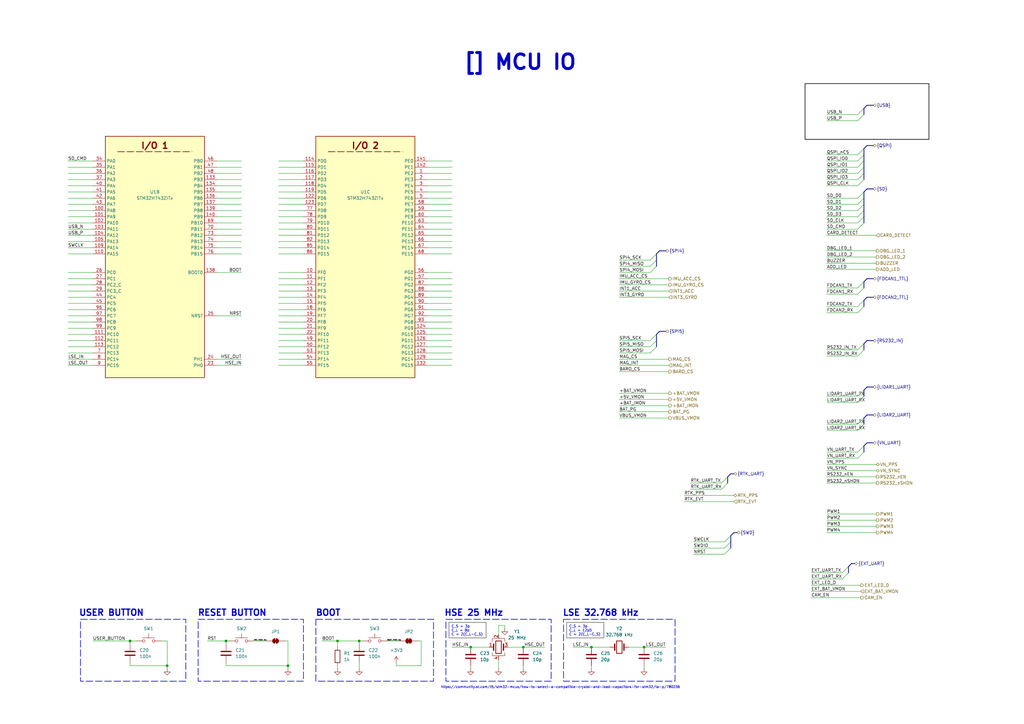
<source format=kicad_sch>
(kicad_sch (version 20250114) (generator "eeschema") (generator_version "9.0")
  (paper "A3")
  (title_block (title "MCU IO") (date "2025-12-13") (rev "1.0") (company "Hoppen"))
  (lib_symbols
    (symbol "0_mcu:STM32H743ZITx"
      (property "Reference" "U" (at -15.24 90.17 0))
      (property "Value" "STM32H743ZITx" (at 7.62 90.17 0))
      (symbol "STM32H743ZITx_1_1"
        (rectangle (start -15.24 60.96) (end 15.24 0) (stroke (width 0.254)) (fill (type background)))
        (polyline (pts (xy -11.43 54.61) (xy 12.7 54.61)) (stroke (width 0.254) (type dash)))
        (text "POWER" (at 0 57.15 0) (effects (font (size 2.54 2.54) (thickness 0.508) (bold yes))))
        (pin power_in line (at -20.32 52.07 0) (length 5.08) (name "VBAT") (number "6"))
        (pin power_in line (at -20.32 46.99 0) (length 5.08) (name "VDD33_USB") (number "95"))
        (pin power_in line (at -20.32 41.91 0) (length 5.08) (name "VDD") (number "144"))
        (pin power_in line (at -20.32 39.37 0) (length 5.08) (name "VDD") (number "131"))
        (pin power_in line (at -20.32 36.83 0) (length 5.08) (name "VDD") (number "121"))
        (pin power_in line (at -20.32 34.29 0) (length 5.08) (name "VDD") (number "108"))
        (pin power_in line (at -20.32 31.75 0) (length 5.08) (name "VDD") (number "84"))
        (pin power_in line (at -20.32 29.21 0) (length 5.08) (name "VDD") (number "72"))
        (pin power_in line (at -20.32 26.67 0) (length 5.08) (name "VDD") (number "62"))
        (pin power_in line (at -20.32 24.13 0) (length 5.08) (name "VDD") (number "52"))
        (pin power_in line (at -20.32 21.59 0) (length 5.08) (name "VDD") (number "39"))
        (pin power_in line (at -20.32 19.05 0) (length 5.08) (name "VDD") (number "30"))
        (pin power_in line (at -20.32 16.51 0) (length 5.08) (name "VDD") (number "17"))
        (pin input line (at -20.32 12.7 0) (length 5.08) (name "PDR_ON") (number "143"))
        (pin power_in line (at -20.32 7.62 0) (length 5.08) (name "VDDA") (number "33"))
        (pin input line (at -20.32 2.54 0) (length 5.08) (name "VREF+") (number "32"))
        (pin power_out line (at 20.32 52.07 180) (length 5.08) (name "VCAP") (number "106"))
        (pin power_out line (at 20.32 49.53 180) (length 5.08) (name "VCAP") (number "71"))
        (pin power_in line (at 20.32 41.91 180) (length 5.08) (name "VSS") (number "16"))
        (pin power_in line (at 20.32 39.37 180) (length 5.08) (name "VSS") (number "38"))
        (pin power_in line (at 20.32 36.83 180) (length 5.08) (name "VSS") (number "51"))
        (pin power_in line (at 20.32 34.29 180) (length 5.08) (name "VSS") (number "61"))
        (pin power_in line (at 20.32 31.75 180) (length 5.08) (name "VSS") (number "83"))
        (pin power_in line (at 20.32 29.21 180) (length 5.08) (name "VSS") (number "94"))
        (pin power_in line (at 20.32 26.67 180) (length 5.08) (name "VSS") (number "107"))
        (pin power_in line (at 20.32 24.13 180) (length 5.08) (name "VSS") (number "120"))
        (pin power_in line (at 20.32 21.59 180) (length 5.08) (name "VSS") (number "130"))
        (pin power_in line (at 20.32 16.51 180) (length 5.08) (name "VSSA") (number "31"))
      )
      (symbol "STM32H743ZITx_2_1"
        (rectangle (start -20.32 88.9) (end 20.32 -10.16) (stroke (width 0.254)) (fill (type background)))
        (polyline (pts (xy -15.24 82.55) (xy 15.24 82.55)) (stroke (width 0.254) (type dash)))
        (text "I/O 1\n" (at 0 85.09 0) (effects (font (size 2.54 2.54) (thickness 0.508) (bold yes))))
        (pin bidirectional line (at -25.4 78.74 0) (length 5.08) (name "PA0") (number "34"))
        (pin bidirectional line (at -25.4 76.2 0) (length 5.08) (name "PA1") (number "35"))
        (pin bidirectional line (at -25.4 73.66 0) (length 5.08) (name "PA2") (number "36"))
        (pin bidirectional line (at -25.4 71.12 0) (length 5.08) (name "PA3") (number "37"))
        (pin bidirectional line (at -25.4 68.58 0) (length 5.08) (name "PA4") (number "40"))
        (pin bidirectional line (at -25.4 66.04 0) (length 5.08) (name "PA5") (number "41"))
        (pin bidirectional line (at -25.4 63.5 0) (length 5.08) (name "PA6") (number "42"))
        (pin bidirectional line (at -25.4 60.96 0) (length 5.08) (name "PA7") (number "43"))
        (pin bidirectional line (at -25.4 58.42 0) (length 5.08) (name "PA8") (number "100"))
        (pin bidirectional line (at -25.4 55.88 0) (length 5.08) (name "PA9") (number "101"))
        (pin bidirectional line (at -25.4 53.34 0) (length 5.08) (name "PA10") (number "102"))
        (pin bidirectional line (at -25.4 50.8 0) (length 5.08) (name "PA11") (number "103"))
        (pin bidirectional line (at -25.4 48.26 0) (length 5.08) (name "PA12") (number "104"))
        (pin bidirectional line (at -25.4 45.72 0) (length 5.08) (name "PA13") (number "105"))
        (pin bidirectional line (at -25.4 43.18 0) (length 5.08) (name "PA14") (number "109"))
        (pin bidirectional line (at -25.4 40.64 0) (length 5.08) (name "PA15") (number "110"))
        (pin bidirectional line (at -25.4 33.02 0) (length 5.08) (name "PC0") (number "26"))
        (pin bidirectional line (at -25.4 30.48 0) (length 5.08) (name "PC1") (number "27"))
        (pin bidirectional line (at -25.4 27.94 0) (length 5.08) (name "PC2_C") (number "28"))
        (pin bidirectional line (at -25.4 25.4 0) (length 5.08) (name "PC3_C") (number "29"))
        (pin bidirectional line (at -25.4 22.86 0) (length 5.08) (name "PC4") (number "44"))
        (pin bidirectional line (at -25.4 20.32 0) (length 5.08) (name "PC5") (number "45"))
        (pin bidirectional line (at -25.4 17.78 0) (length 5.08) (name "PC6") (number "96"))
        (pin bidirectional line (at -25.4 15.24 0) (length 5.08) (name "PC7") (number "97"))
        (pin bidirectional line (at -25.4 12.7 0) (length 5.08) (name "PC8") (number "98"))
        (pin bidirectional line (at -25.4 10.16 0) (length 5.08) (name "PC9") (number "99"))
        (pin bidirectional line (at -25.4 7.62 0) (length 5.08) (name "PC10") (number "111"))
        (pin bidirectional line (at -25.4 5.08 0) (length 5.08) (name "PC11") (number "112"))
        (pin bidirectional line (at -25.4 2.54 0) (length 5.08) (name "PC12") (number "113"))
        (pin bidirectional line (at -25.4 0 0) (length 5.08) (name "PC13") (number "7"))
        (pin bidirectional line (at -25.4 -2.54 0) (length 5.08) (name "PC14") (number "8"))
        (pin bidirectional line (at -25.4 -5.08 0) (length 5.08) (name "PC15") (number "9"))
        (pin bidirectional line (at 25.4 78.74 180) (length 5.08) (name "PB0") (number "46"))
        (pin bidirectional line (at 25.4 76.2 180) (length 5.08) (name "PB1") (number "47"))
        (pin bidirectional line (at 25.4 73.66 180) (length 5.08) (name "PB2") (number "48"))
        (pin bidirectional line (at 25.4 71.12 180) (length 5.08) (name "PB3") (number "133"))
        (pin bidirectional line (at 25.4 68.58 180) (length 5.08) (name "PB4") (number "134"))
        (pin bidirectional line (at 25.4 66.04 180) (length 5.08) (name "PB5") (number "135"))
        (pin bidirectional line (at 25.4 63.5 180) (length 5.08) (name "PB6") (number "136"))
        (pin bidirectional line (at 25.4 60.96 180) (length 5.08) (name "PB7") (number "137"))
        (pin bidirectional line (at 25.4 58.42 180) (length 5.08) (name "PB8") (number "139"))
        (pin bidirectional line (at 25.4 55.88 180) (length 5.08) (name "PB9") (number "140"))
        (pin bidirectional line (at 25.4 53.34 180) (length 5.08) (name "PB10") (number "69"))
        (pin bidirectional line (at 25.4 50.8 180) (length 5.08) (name "PB11") (number "70"))
        (pin bidirectional line (at 25.4 48.26 180) (length 5.08) (name "PB12") (number "73"))
        (pin bidirectional line (at 25.4 45.72 180) (length 5.08) (name "PB13") (number "74"))
        (pin bidirectional line (at 25.4 43.18 180) (length 5.08) (name "PB14") (number "75"))
        (pin bidirectional line (at 25.4 40.64 180) (length 5.08) (name "PB15") (number "76"))
        (pin input line (at 25.4 33.02 180) (length 5.08) (name "BOOT0") (number "138"))
        (pin input line (at 25.4 15.24 180) (length 5.08) (name "NRST") (number "25"))
        (pin bidirectional line (at 25.4 -2.54 180) (length 5.08) (name "PH1") (number "24"))
        (pin bidirectional line (at 25.4 -5.08 180) (length 5.08) (name "PH0") (number "23"))
      )
      (symbol "STM32H743ZITx_3_1"
        (rectangle (start -20.32 88.9) (end 20.32 -10.16) (stroke (width 0.254)) (fill (type background)))
        (polyline (pts (xy -15.24 82.55) (xy 15.24 82.55)) (stroke (width 0.254) (type dash)))
        (text "I/O 2\n" (at 0 85.09 0) (effects (font (size 2.54 2.54) (thickness 0.508) (bold yes))))
        (pin bidirectional line (at -25.4 78.74 0) (length 5.08) (name "PD0") (number "114"))
        (pin bidirectional line (at -25.4 76.2 0) (length 5.08) (name "PD1") (number "115"))
        (pin bidirectional line (at -25.4 73.66 0) (length 5.08) (name "PD2") (number "116"))
        (pin bidirectional line (at -25.4 71.12 0) (length 5.08) (name "PD3") (number "117"))
        (pin bidirectional line (at -25.4 68.58 0) (length 5.08) (name "PD4") (number "118"))
        (pin bidirectional line (at -25.4 66.04 0) (length 5.08) (name "PD5") (number "119"))
        (pin bidirectional line (at -25.4 63.5 0) (length 5.08) (name "PD6") (number "122"))
        (pin bidirectional line (at -25.4 60.96 0) (length 5.08) (name "PD7") (number "123"))
        (pin bidirectional line (at -25.4 58.42 0) (length 5.08) (name "PD8") (number "77"))
        (pin bidirectional line (at -25.4 55.88 0) (length 5.08) (name "PD9") (number "78"))
        (pin bidirectional line (at -25.4 53.34 0) (length 5.08) (name "PD10") (number "79"))
        (pin bidirectional line (at -25.4 50.8 0) (length 5.08) (name "PD11") (number "80"))
        (pin bidirectional line (at -25.4 48.26 0) (length 5.08) (name "PD12") (number "81"))
        (pin bidirectional line (at -25.4 45.72 0) (length 5.08) (name "PD13") (number "82"))
        (pin bidirectional line (at -25.4 43.18 0) (length 5.08) (name "PD14") (number "85"))
        (pin bidirectional line (at -25.4 40.64 0) (length 5.08) (name "PD15") (number "86"))
        (pin bidirectional line (at -25.4 33.02 0) (length 5.08) (name "PF0") (number "10"))
        (pin bidirectional line (at -25.4 30.48 0) (length 5.08) (name "PF1") (number "11"))
        (pin bidirectional line (at -25.4 27.94 0) (length 5.08) (name "PF2") (number "12"))
        (pin bidirectional line (at -25.4 25.4 0) (length 5.08) (name "PF3") (number "13"))
        (pin bidirectional line (at -25.4 22.86 0) (length 5.08) (name "PF4") (number "14"))
        (pin bidirectional line (at -25.4 20.32 0) (length 5.08) (name "PF5") (number "15"))
        (pin bidirectional line (at -25.4 17.78 0) (length 5.08) (name "PF6") (number "18"))
        (pin bidirectional line (at -25.4 15.24 0) (length 5.08) (name "PF7") (number "19"))
        (pin bidirectional line (at -25.4 12.7 0) (length 5.08) (name "PF8") (number "20"))
        (pin bidirectional line (at -25.4 10.16 0) (length 5.08) (name "PF9") (number "21"))
        (pin bidirectional line (at -25.4 7.62 0) (length 5.08) (name "PF10") (number "22"))
        (pin bidirectional line (at -25.4 5.08 0) (length 5.08) (name "PF11") (number "49"))
        (pin bidirectional line (at -25.4 2.54 0) (length 5.08) (name "PF12") (number "50"))
        (pin bidirectional line (at -25.4 0 0) (length 5.08) (name "PF13") (number "53"))
        (pin bidirectional line (at -25.4 -2.54 0) (length 5.08) (name "PF14") (number "54"))
        (pin bidirectional line (at -25.4 -5.08 0) (length 5.08) (name "PF15") (number "55"))
        (pin bidirectional line (at 25.4 78.74 180) (length 5.08) (name "PE0") (number "141"))
        (pin bidirectional line (at 25.4 76.2 180) (length 5.08) (name "PE1") (number "142"))
        (pin bidirectional line (at 25.4 73.66 180) (length 5.08) (name "PE2") (number "1"))
        (pin bidirectional line (at 25.4 71.12 180) (length 5.08) (name "PE3") (number "2"))
        (pin bidirectional line (at 25.4 68.58 180) (length 5.08) (name "PE4") (number "3"))
        (pin bidirectional line (at 25.4 66.04 180) (length 5.08) (name "PE5") (number "4"))
        (pin bidirectional line (at 25.4 63.5 180) (length 5.08) (name "PE6") (number "5"))
        (pin bidirectional line (at 25.4 60.96 180) (length 5.08) (name "PE7") (number "58"))
        (pin bidirectional line (at 25.4 58.42 180) (length 5.08) (name "PE8") (number "59"))
        (pin bidirectional line (at 25.4 55.88 180) (length 5.08) (name "PE9") (number "60"))
        (pin bidirectional line (at 25.4 53.34 180) (length 5.08) (name "PE10") (number "63"))
        (pin bidirectional line (at 25.4 50.8 180) (length 5.08) (name "PE11") (number "64"))
        (pin bidirectional line (at 25.4 48.26 180) (length 5.08) (name "PE12") (number "65"))
        (pin bidirectional line (at 25.4 45.72 180) (length 5.08) (name "PE13") (number "66"))
        (pin bidirectional line (at 25.4 43.18 180) (length 5.08) (name "PE14") (number "67"))
        (pin bidirectional line (at 25.4 40.64 180) (length 5.08) (name "PE15") (number "68"))
        (pin bidirectional line (at 25.4 33.02 180) (length 5.08) (name "PG0") (number "56"))
        (pin bidirectional line (at 25.4 30.48 180) (length 5.08) (name "PG1") (number "57"))
        (pin bidirectional line (at 25.4 27.94 180) (length 5.08) (name "PG2") (number "87"))
        (pin bidirectional line (at 25.4 25.4 180) (length 5.08) (name "PG3") (number "88"))
        (pin bidirectional line (at 25.4 22.86 180) (length 5.08) (name "PG4") (number "89"))
        (pin bidirectional line (at 25.4 20.32 180) (length 5.08) (name "PG5") (number "90"))
        (pin bidirectional line (at 25.4 17.78 180) (length 5.08) (name "PG6") (number "91"))
        (pin bidirectional line (at 25.4 15.24 180) (length 5.08) (name "PG7") (number "92"))
        (pin bidirectional line (at 25.4 12.7 180) (length 5.08) (name "PG8") (number "93"))
        (pin bidirectional line (at 25.4 10.16 180) (length 5.08) (name "PG9") (number "124"))
        (pin bidirectional line (at 25.4 7.62 180) (length 5.08) (name "PG10") (number "125"))
        (pin bidirectional line (at 25.4 5.08 180) (length 5.08) (name "PG11") (number "126"))
        (pin bidirectional line (at 25.4 2.54 180) (length 5.08) (name "PG12") (number "127"))
        (pin bidirectional line (at 25.4 0 180) (length 5.08) (name "PG13") (number "128"))
        (pin bidirectional line (at 25.4 -2.54 180) (length 5.08) (name "PG14") (number "129"))
        (pin bidirectional line (at 25.4 -5.08 180) (length 5.08) (name "PG15") (number "132"))
      )
    )
    (symbol "0_misc:SW_Push" (pin_numbers (hide yes)) (pin_names (offset 1.016) (hide yes))
      (property "Reference" "SW" (at 1.27 2.54 0))
      (property "Value" "SW_Push" (at 0 -1.524 0))
      (symbol "SW_Push_0_1"
        (circle (center -2.032 0) (radius 0.508))
        (polyline (pts (xy 0 1.27) (xy 0 3.048)))
        (circle (center 2.032 0) (radius 0.508))
        (polyline (pts (xy 2.54 1.27) (xy -2.54 1.27)))
        (pin passive line (at -5.08 0 0) (length 2.54) (name "1") (number "1"))
        (pin passive line (at 5.08 0 180) (length 2.54) (name "2") (number "2"))
      )
    )
    (symbol "0_misc:SolderJumper_2_Bridged" (pin_numbers (hide yes)) (pin_names (offset 0) (hide yes)) (in_bom no)
      (property "Reference" "JP" (at 0 2.032 0))
      (symbol "SolderJumper_2_Bridged_0_1"
        (rectangle (start -0.508 0.508) (end 0.508 -0.508) (fill (type outline)))
        (polyline (pts (xy -0.254 1.016) (xy -0.254 -1.016)))
        (arc (start -0.254 -1.016) (mid -1.2656 0) (end -0.254 1.016))
        (arc (start -0.254 -1.016) (mid -1.2656 0) (end -0.254 1.016) (fill (type outline)))
        (arc (start 0.254 1.016) (mid 1.2656 0) (end 0.254 -1.016))
        (arc (start 0.254 1.016) (mid 1.2656 0) (end 0.254 -1.016) (fill (type outline)))
        (polyline (pts (xy 0.254 1.016) (xy 0.254 -1.016)))
      )
      (symbol "SolderJumper_2_Bridged_1_1"
        (pin passive line (at -3.81 0 0) (length 2.54) (name "A") (number "1"))
        (pin passive line (at 3.81 0 180) (length 2.54) (name "B") (number "2"))
      )
    )
    (symbol "Device:C" (pin_numbers (hide yes)) (pin_names (offset 0.254))
      (property "Reference" "C" (at 0.635 2.54 0))
      (property "Value" "C" (at 0.635 -2.54 0))
      (symbol "C_0_1"
        (polyline (pts (xy -2.032 0.762) (xy 2.032 0.762)) (stroke (width 0.508)))
        (polyline (pts (xy -2.032 -0.762) (xy 2.032 -0.762)) (stroke (width 0.508)))
      )
      (symbol "C_1_1"
        (pin passive line (at 0 3.81 270) (length 2.794) (name "~") (number "1"))
        (pin passive line (at 0 -3.81 90) (length 2.794) (name "~") (number "2"))
      )
    )
    (symbol "Device:Crystal" (pin_numbers (hide yes)) (pin_names (offset 1.016) (hide yes))
      (property "Reference" "Y" (at 0 3.81 0))
      (property "Value" "Crystal" (at 0 -3.81 0))
      (symbol "Crystal_0_1"
        (polyline (pts (xy -2.54 0) (xy -1.905 0)))
        (polyline (pts (xy -1.905 -1.27) (xy -1.905 1.27)) (stroke (width 0.508)))
        (rectangle (start -1.143 2.54) (end 1.143 -2.54) (stroke (width 0.3048)))
        (polyline (pts (xy 1.905 -1.27) (xy 1.905 1.27)) (stroke (width 0.508)))
        (polyline (pts (xy 2.54 0) (xy 1.905 0)))
      )
      (symbol "Crystal_1_1"
        (pin passive line (at -3.81 0 0) (length 1.27) (name "1") (number "1"))
        (pin passive line (at 3.81 0 180) (length 1.27) (name "2") (number "2"))
      )
    )
    (symbol "Device:Crystal_GND24" (pin_names (offset 1.016) (hide yes))
      (property "Reference" "Y" (at 3.175 5.08 0))
      (property "Value" "Crystal_GND24" (at 3.175 3.175 0))
      (symbol "Crystal_GND24_0_1"
        (polyline (pts (xy -2.54 2.286) (xy -2.54 3.556) (xy 2.54 3.556) (xy 2.54 2.286)))
        (polyline (pts (xy -2.54 0) (xy -2.032 0)))
        (polyline (pts (xy -2.54 -2.286) (xy -2.54 -3.556) (xy 2.54 -3.556) (xy 2.54 -2.286)))
        (polyline (pts (xy -2.032 -1.27) (xy -2.032 1.27)) (stroke (width 0.508)))
        (rectangle (start -1.143 2.54) (end 1.143 -2.54) (stroke (width 0.3048)))
        (polyline (pts (xy 0 3.556) (xy 0 3.81)))
        (polyline (pts (xy 0 -3.81) (xy 0 -3.556)))
        (polyline (pts (xy 2.032 0) (xy 2.54 0)))
        (polyline (pts (xy 2.032 -1.27) (xy 2.032 1.27)) (stroke (width 0.508)))
      )
      (symbol "Crystal_GND24_1_1"
        (pin passive line (at -3.81 0 0) (length 1.27) (name "1") (number "1"))
        (pin passive line (at 0 5.08 270) (length 1.27) (name "2") (number "2"))
        (pin passive line (at 0 -5.08 90) (length 1.27) (name "4") (number "4"))
        (pin passive line (at 3.81 0 180) (length 1.27) (name "3") (number "3"))
      )
    )
    (symbol "Device:R" (pin_numbers (hide yes)) (pin_names (offset 0))
      (property "Reference" "R" (at 2.032 0 90))
      (property "Value" "R" (at 0 0 90))
      (symbol "R_0_1"
        (rectangle (start -1.016 -2.54) (end 1.016 2.54) (stroke (width 0.254)))
      )
      (symbol "R_1_1"
        (pin passive line (at 0 3.81 270) (length 1.27) (name "~") (number "1"))
        (pin passive line (at 0 -3.81 90) (length 1.27) (name "~") (number "2"))
      )
    )
    (symbol "power:+3.3V" (power) (pin_numbers (hide yes)) (pin_names (offset 0) (hide yes))
      (property "Value" "+3.3V" (at 0 3.556 0))
      (symbol "+3.3V_0_1"
        (polyline (pts (xy -0.762 1.27) (xy 0 2.54)))
        (polyline (pts (xy 0 2.54) (xy 0.762 1.27)))
        (polyline (pts (xy 0 0) (xy 0 2.54)))
      )
      (symbol "+3.3V_1_1"
        (pin power_in line (at 0 0 90) (length 0) (name "~") (number "1"))
      )
    )
    (symbol "power:GND" (power) (pin_numbers (hide yes)) (pin_names (offset 0) (hide yes))
      (property "Value" "GND" (at 0 -3.81 0))
      (symbol "GND_0_1"
        (polyline (pts (xy 0 0) (xy 0 -1.27) (xy 1.27 -1.27) (xy 0 -2.54) (xy -1.27 -1.27) (xy 0 -1.27)))
      )
      (symbol "GND_1_1"
        (pin power_in line (at 0 0 270) (length 0) (name "~") (number "1"))
      )
    )
  )
  (bus_alias "SWD" (members "SWCLK" "SWDIO" "NRST"))
  (rectangle (start 182.88 254) (end 226.06 279.4) (stroke (width 0.254) (type dash)))
  (rectangle (start 129.54 254) (end 177.8 279.4) (stroke (width 0.254) (type dash)))
  (rectangle (start 330.2 34.29) (end 381 57.15) (stroke (width 0.254) (color 0 0 0 1)))
  (rectangle (start 231.14 254) (end 276.86 279.4) (stroke (width 0.254) (type dash)))
  (rectangle (start 81.28 254) (end 124.46 279.4) (stroke (width 0.254) (type dash)))
  (rectangle (start 33.02 254) (end 76.2 279.4) (stroke (width 0.254) (type dash)))
  (text "https://community.st.com/t5/stm32-mcus/how-to-select-a-compatible-crystal-and-load-capacitors-for-stm32/ta-p/780236" (at 229.87 281.94 0) (effects (font (size 0.9652 0.9652))))
  (text "HSE 25 MHz" (at 194.31 251.46 0) (effects (font (size 2.54 2.54) (thickness 0.508) (bold yes))))
  (text "BOOT\n" (at 134.62 251.46 0) (effects (font (size 2.54 2.54) (thickness 0.508) (bold yes))))
  (text "RESET BUTTON\n" (at 95.25 251.46 0) (effects (font (size 2.54 2.54) (thickness 0.508) (bold yes))))
  (text "LSE 32.768 kHz\n" (at 246.38 251.46 0) (effects (font (size 2.54 2.54) (thickness 0.508) (bold yes))))
  (text "USER BUTTON\n" (at 45.72 251.46 0) (effects (font (size 2.54 2.54) (thickness 0.508) (bold yes))))
  (text_box "[${#}] ${TITLE}" (at 166.37 19.05 0) (size 93.98 12.7) (margins 4.4999 4.4999 4.4999 4.4999) (stroke (width -0.0001)) (effects (font (size 6 6) (thickness 1.2) (bold yes))))
  (text_box "C_S = 3p\nC_L = 12p5\nC = 2(C_L-C_S)" (at 232.41 255.27 0) (size 15.24 6.35) (margins 0.9525 0.9525 0.9525 0.9525) (stroke (width 0.3048) (color 132 132 132 1)) (effects (font (size 1.016 1.016)) (justify left top)))
  (text_box "C_S = 3p\nC_L = 8p\nC = 2(C_L-C_S)" (at 184.15 255.27 0) (size 15.24 6.35) (margins 0.9525 0.9525 0.9525 0.9525) (stroke (width 0.3048) (color 132 132 132 1)) (effects (font (size 1.016 1.016)) (justify left top)))
  (junction (at 138.43 262.89))
  (junction (at 118.11 273.05))
  (junction (at 68.58 273.05))
  (junction (at 53.34 262.89))
  (junction (at 264.16 265.43))
  (junction (at 214.63 265.43))
  (junction (at 242.57 265.43))
  (junction (at 92.71 262.89))
  (junction (at 193.04 265.43))
  (junction (at 147.32 262.89))
  (bus_entry (at 266.7 111.76) (size 2.54 -2.54))
  (bus_entry (at 351.79 81.28) (size 2.54 -2.54))
  (bus_entry (at 351.79 120.65) (size 2.54 -2.54))
  (bus_entry (at 351.79 146.05) (size 2.54 -2.54))
  (bus_entry (at 266.7 142.24) (size 2.54 -2.54))
  (bus_entry (at 351.79 128.27) (size 2.54 -2.54))
  (bus_entry (at 297.18 227.33) (size 2.54 -2.54))
  (bus_entry (at 351.79 66.04) (size 2.54 -2.54))
  (bus_entry (at 351.79 165.1) (size 2.54 -2.54))
  (bus_entry (at 351.79 143.51) (size 2.54 -2.54))
  (bus_entry (at 351.79 91.44) (size 2.54 -2.54))
  (bus_entry (at 351.79 125.73) (size 2.54 -2.54))
  (bus_entry (at 351.79 71.12) (size 2.54 -2.54))
  (bus_entry (at 351.79 76.2) (size 2.54 -2.54))
  (bus_entry (at 266.7 109.22) (size 2.54 -2.54))
  (bus_entry (at 266.7 139.7) (size 2.54 -2.54))
  (bus_entry (at 297.18 224.79) (size 2.54 -2.54))
  (bus_entry (at 297.18 222.25) (size 2.54 -2.54))
  (bus_entry (at 351.79 88.9) (size 2.54 -2.54))
  (bus_entry (at 351.79 46.99) (size 2.54 -2.54))
  (bus_entry (at 351.79 63.5) (size 2.54 -2.54))
  (bus_entry (at 351.79 185.42) (size 2.54 -2.54))
  (bus_entry (at 295.91 200.66) (size 2.54 -2.54))
  (bus_entry (at 351.79 176.53) (size 2.54 -2.54))
  (bus_entry (at 351.79 93.98) (size 2.54 -2.54))
  (bus_entry (at 351.79 118.11) (size 2.54 -2.54))
  (bus_entry (at 345.44 237.49) (size 2.54 -2.54))
  (bus_entry (at 351.79 173.99) (size 2.54 -2.54))
  (bus_entry (at 295.91 198.12) (size 2.54 -2.54))
  (bus_entry (at 351.79 162.56) (size 2.54 -2.54))
  (bus_entry (at 351.79 187.96) (size 2.54 -2.54))
  (bus_entry (at 351.79 86.36) (size 2.54 -2.54))
  (bus_entry (at 351.79 83.82) (size 2.54 -2.54))
  (bus_entry (at 351.79 73.66) (size 2.54 -2.54))
  (bus_entry (at 351.79 68.58) (size 2.54 -2.54))
  (bus_entry (at 266.7 106.68) (size 2.54 -2.54))
  (bus_entry (at 345.44 234.95) (size 2.54 -2.54))
  (bus_entry (at 266.7 144.78) (size 2.54 -2.54))
  (bus_entry (at 351.79 49.53) (size 2.54 -2.54))
  (bus (pts (xy 354.33 86.36) (xy 354.33 88.9)))
  (wire (pts (xy 27.94 144.78) (xy 38.1 144.78)))
  (wire (pts (xy 92.71 262.89) (xy 92.71 264.16)))
  (wire (pts (xy 254 114.3) (xy 274.32 114.3)))
  (wire (pts (xy 27.94 68.58) (xy 38.1 68.58)))
  (wire (pts (xy 254 121.92) (xy 274.32 121.92)))
  (wire (pts (xy 339.09 215.9) (xy 359.41 215.9)))
  (wire (pts (xy 284.48 224.79) (xy 297.18 224.79)))
  (wire (pts (xy 88.9 78.74) (xy 99.06 78.74)))
  (wire (pts (xy 339.09 187.96) (xy 351.79 187.96)))
  (wire (pts (xy 339.09 125.73) (xy 351.79 125.73)))
  (wire (pts (xy 88.9 86.36) (xy 99.06 86.36)))
  (wire (pts (xy 27.94 147.32) (xy 38.1 147.32)))
  (bus (pts (xy 347.98 232.41) (xy 349.25 231.14)))
  (wire (pts (xy 114.3 127) (xy 124.46 127)))
  (wire (pts (xy 27.94 96.52) (xy 38.1 96.52)))
  (wire (pts (xy 88.9 93.98) (xy 99.06 93.98)))
  (wire (pts (xy 339.09 118.11) (xy 351.79 118.11)))
  (wire (pts (xy 114.3 149.86) (xy 124.46 149.86)))
  (wire (pts (xy 53.34 273.05) (xy 68.58 273.05)))
  (bus (pts (xy 269.24 104.14) (xy 270.51 102.87)))
  (wire (pts (xy 171.45 262.89) (xy 172.72 262.89)))
  (wire (pts (xy 254 152.4) (xy 274.32 152.4)))
  (wire (pts (xy 27.94 114.3) (xy 38.1 114.3)))
  (wire (pts (xy 339.09 176.53) (xy 351.79 176.53)))
  (wire (pts (xy 175.26 76.2) (xy 185.42 76.2)))
  (wire (pts (xy 175.26 99.06) (xy 185.42 99.06)))
  (wire (pts (xy 27.94 137.16) (xy 38.1 137.16)))
  (bus (pts (xy 354.33 71.12) (xy 354.33 68.58)))
  (wire (pts (xy 339.09 143.51) (xy 351.79 143.51)))
  (wire (pts (xy 257.81 265.43) (xy 264.16 265.43)))
  (wire (pts (xy 138.43 265.43) (xy 138.43 262.89)))
  (bus (pts (xy 354.33 78.74) (xy 355.6 77.47)))
  (wire (pts (xy 53.34 271.78) (xy 53.34 273.05)))
  (wire (pts (xy 114.3 134.62) (xy 124.46 134.62)))
  (wire (pts (xy 27.94 86.36) (xy 38.1 86.36)))
  (wire (pts (xy 138.43 262.89) (xy 147.32 262.89)))
  (wire (pts (xy 147.32 271.78) (xy 147.32 274.32)))
  (wire (pts (xy 27.94 91.44) (xy 38.1 91.44)))
  (wire (pts (xy 175.26 71.12) (xy 185.42 71.12)))
  (bus (pts (xy 355.6 181.61) (xy 358.14 181.61)))
  (wire (pts (xy 339.09 107.95) (xy 359.41 107.95)))
  (bus (pts (xy 355.6 121.92) (xy 358.14 121.92)))
  (wire (pts (xy 339.09 91.44) (xy 351.79 91.44)))
  (wire (pts (xy 339.09 128.27) (xy 351.79 128.27)))
  (bus (pts (xy 269.24 106.68) (xy 269.24 109.22)))
  (wire (pts (xy 88.9 129.54) (xy 99.06 129.54)))
  (bus (pts (xy 269.24 104.14) (xy 269.24 106.68)))
  (wire (pts (xy 332.74 240.03) (xy 353.06 240.03)))
  (wire (pts (xy 339.09 63.5) (xy 351.79 63.5)))
  (wire (pts (xy 254 119.38) (xy 274.32 119.38)))
  (wire (pts (xy 175.26 134.62) (xy 185.42 134.62)))
  (wire (pts (xy 114.3 93.98) (xy 124.46 93.98)))
  (wire (pts (xy 208.28 265.43) (xy 214.63 265.43)))
  (wire (pts (xy 175.26 88.9) (xy 185.42 88.9)))
  (wire (pts (xy 27.94 139.7) (xy 38.1 139.7)))
  (wire (pts (xy 114.3 86.36) (xy 124.46 86.36)))
  (wire (pts (xy 339.09 190.5) (xy 359.41 190.5)))
  (wire (pts (xy 114.3 88.9) (xy 124.46 88.9)))
  (wire (pts (xy 27.94 134.62) (xy 38.1 134.62)))
  (bus (pts (xy 354.33 81.28) (xy 354.33 83.82)))
  (wire (pts (xy 27.94 66.04) (xy 38.1 66.04)))
  (wire (pts (xy 27.94 129.54) (xy 38.1 129.54)))
  (wire (pts (xy 242.57 274.32) (xy 242.57 273.05)))
  (wire (pts (xy 339.09 73.66) (xy 351.79 73.66)))
  (wire (pts (xy 88.9 68.58) (xy 99.06 68.58)))
  (wire (pts (xy 175.26 66.04) (xy 185.42 66.04)))
  (wire (pts (xy 175.26 83.82) (xy 185.42 83.82)))
  (bus (pts (xy 354.33 63.5) (xy 354.33 60.96)))
  (wire (pts (xy 114.3 81.28) (xy 124.46 81.28)))
  (wire (pts (xy 214.63 265.43) (xy 223.52 265.43)))
  (wire (pts (xy 114.3 114.3) (xy 124.46 114.3)))
  (bus (pts (xy 354.33 171.45) (xy 355.6 170.18)))
  (bus (pts (xy 269.24 137.16) (xy 269.24 139.7)))
  (wire (pts (xy 27.94 149.86) (xy 38.1 149.86)))
  (wire (pts (xy 114.3 73.66) (xy 124.46 73.66)))
  (wire (pts (xy 114.3 101.6) (xy 124.46 101.6)))
  (wire (pts (xy 339.09 96.52) (xy 359.41 96.52)))
  (wire (pts (xy 332.74 234.95) (xy 345.44 234.95)))
  (wire (pts (xy 27.94 142.24) (xy 38.1 142.24)))
  (wire (pts (xy 88.9 83.82) (xy 99.06 83.82)))
  (wire (pts (xy 175.26 111.76) (xy 185.42 111.76)))
  (wire (pts (xy 27.94 78.74) (xy 38.1 78.74)))
  (wire (pts (xy 339.09 86.36) (xy 351.79 86.36)))
  (wire (pts (xy 175.26 114.3) (xy 185.42 114.3)))
  (wire (pts (xy 27.94 101.6) (xy 38.1 101.6)))
  (bus (pts (xy 299.72 222.25) (xy 299.72 224.79)))
  (wire (pts (xy 204.47 260.35) (xy 204.47 256.54)))
  (wire (pts (xy 339.09 83.82) (xy 351.79 83.82)))
  (wire (pts (xy 254 161.29) (xy 274.32 161.29)))
  (wire (pts (xy 204.47 256.54) (xy 207.01 256.54)))
  (wire (pts (xy 27.94 88.9) (xy 38.1 88.9)))
  (wire (pts (xy 339.09 66.04) (xy 351.79 66.04)))
  (wire (pts (xy 175.26 73.66) (xy 185.42 73.66)))
  (wire (pts (xy 339.09 210.82) (xy 359.41 210.82)))
  (wire (pts (xy 339.09 110.49) (xy 359.41 110.49)))
  (wire (pts (xy 339.09 46.99) (xy 351.79 46.99)))
  (wire (pts (xy 147.32 262.89) (xy 148.59 262.89)))
  (wire (pts (xy 27.94 116.84) (xy 38.1 116.84)))
  (wire (pts (xy 27.94 73.66) (xy 38.1 73.66)))
  (wire (pts (xy 92.71 273.05) (xy 118.11 273.05)))
  (wire (pts (xy 254 171.45) (xy 274.32 171.45)))
  (wire (pts (xy 175.26 132.08) (xy 185.42 132.08)))
  (wire (pts (xy 162.56 273.05) (xy 162.56 271.78)))
  (wire (pts (xy 27.94 93.98) (xy 38.1 93.98)))
  (bus (pts (xy 354.33 44.45) (xy 354.33 46.99)))
  (wire (pts (xy 92.71 262.89) (xy 93.98 262.89)))
  (bus (pts (xy 354.33 140.97) (xy 355.6 139.7)))
  (bus (pts (xy 269.24 139.7) (xy 269.24 142.24)))
  (wire (pts (xy 339.09 120.65) (xy 351.79 120.65)))
  (wire (pts (xy 283.21 200.66) (xy 295.91 200.66)))
  (wire (pts (xy 114.3 124.46) (xy 124.46 124.46)))
  (wire (pts (xy 207.01 256.54) (xy 207.01 257.81)))
  (wire (pts (xy 114.3 139.7) (xy 124.46 139.7)))
  (wire (pts (xy 88.9 149.86) (xy 99.06 149.86)))
  (wire (pts (xy 114.3 66.04) (xy 124.46 66.04)))
  (wire (pts (xy 242.57 265.43) (xy 250.19 265.43)))
  (wire (pts (xy 254 106.68) (xy 266.7 106.68)))
  (wire (pts (xy 88.9 101.6) (xy 99.06 101.6)))
  (bus (pts (xy 354.33 44.45) (xy 355.6 43.18)))
  (wire (pts (xy 339.09 195.58) (xy 359.41 195.58)))
  (wire (pts (xy 114.3 91.44) (xy 124.46 91.44)))
  (wire (pts (xy 284.48 222.25) (xy 297.18 222.25)))
  (bus (pts (xy 347.98 232.41) (xy 347.98 234.95)))
  (wire (pts (xy 27.94 119.38) (xy 38.1 119.38)))
  (wire (pts (xy 204.47 270.51) (xy 204.47 274.32)))
  (wire (pts (xy 339.09 71.12) (xy 351.79 71.12)))
  (bus (pts (xy 354.33 160.02) (xy 354.33 162.56)))
  (wire (pts (xy 339.09 93.98) (xy 351.79 93.98)))
  (bus (pts (xy 299.72 194.31) (xy 300.99 194.31)))
  (wire (pts (xy 147.32 262.89) (xy 147.32 264.16)))
  (wire (pts (xy 264.16 274.32) (xy 264.16 273.05)))
  (wire (pts (xy 254 166.37) (xy 274.32 166.37)))
  (wire (pts (xy 175.26 91.44) (xy 185.42 91.44)))
  (wire (pts (xy 27.94 81.28) (xy 38.1 81.28)))
  (wire (pts (xy 234.95 265.43) (xy 242.57 265.43)))
  (wire (pts (xy 27.94 104.14) (xy 38.1 104.14)))
  (wire (pts (xy 332.74 242.57) (xy 353.06 242.57)))
  (wire (pts (xy 116.84 262.89) (xy 118.11 262.89)))
  (wire (pts (xy 254 149.86) (xy 274.32 149.86)))
  (wire (pts (xy 27.94 71.12) (xy 38.1 71.12)))
  (bus (pts (xy 354.33 88.9) (xy 354.33 91.44)))
  (wire (pts (xy 175.26 68.58) (xy 185.42 68.58)))
  (wire (pts (xy 175.26 93.98) (xy 185.42 93.98)))
  (bus (pts (xy 299.72 219.71) (xy 300.99 218.44)))
  (wire (pts (xy 114.3 104.14) (xy 124.46 104.14)))
  (bus (pts (xy 355.6 170.18) (xy 358.14 170.18)))
  (wire (pts (xy 175.26 129.54) (xy 185.42 129.54)))
  (wire (pts (xy 280.67 203.2) (xy 300.99 203.2)))
  (wire (pts (xy 175.26 137.16) (xy 185.42 137.16)))
  (wire (pts (xy 254 142.24) (xy 266.7 142.24)))
  (bus (pts (xy 298.45 195.58) (xy 298.45 198.12)))
  (wire (pts (xy 114.3 111.76) (xy 124.46 111.76)))
  (bus (pts (xy 298.45 195.58) (xy 299.72 194.31)))
  (wire (pts (xy 27.94 121.92) (xy 38.1 121.92)))
  (wire (pts (xy 27.94 99.06) (xy 38.1 99.06)))
  (wire (pts (xy 114.3 78.74) (xy 124.46 78.74)))
  (wire (pts (xy 92.71 271.78) (xy 92.71 273.05)))
  (wire (pts (xy 339.09 185.42) (xy 351.79 185.42)))
  (bus (pts (xy 354.33 118.11) (xy 354.33 115.57)))
  (wire (pts (xy 254 109.22) (xy 266.7 109.22)))
  (wire (pts (xy 88.9 88.9) (xy 99.06 88.9)))
  (wire (pts (xy 254 144.78) (xy 266.7 144.78)))
  (wire (pts (xy 339.09 193.04) (xy 359.41 193.04)))
  (wire (pts (xy 339.09 162.56) (xy 351.79 162.56)))
  (wire (pts (xy 339.09 81.28) (xy 351.79 81.28)))
  (wire (pts (xy 193.04 274.32) (xy 193.04 273.05)))
  (wire (pts (xy 175.26 78.74) (xy 185.42 78.74)))
  (wire (pts (xy 68.58 262.89) (xy 68.58 273.05)))
  (wire (pts (xy 214.63 274.32) (xy 214.63 273.05)))
  (bus (pts (xy 354.33 123.19) (xy 355.6 121.92)))
  (wire (pts (xy 114.3 76.2) (xy 124.46 76.2)))
  (wire (pts (xy 68.58 273.05) (xy 68.58 274.32)))
  (wire (pts (xy 27.94 127) (xy 38.1 127)))
  (wire (pts (xy 53.34 262.89) (xy 55.88 262.89)))
  (wire (pts (xy 132.08 262.89) (xy 138.43 262.89)))
  (wire (pts (xy 114.3 121.92) (xy 124.46 121.92)))
  (wire (pts (xy 158.75 262.89) (xy 163.83 262.89)))
  (bus (pts (xy 270.51 102.87) (xy 273.05 102.87)))
  (wire (pts (xy 332.74 237.49) (xy 345.44 237.49)))
  (wire (pts (xy 254 147.32) (xy 274.32 147.32)))
  (wire (pts (xy 339.09 198.12) (xy 359.41 198.12)))
  (wire (pts (xy 175.26 119.38) (xy 185.42 119.38)))
  (wire (pts (xy 27.94 111.76) (xy 38.1 111.76)))
  (wire (pts (xy 88.9 73.66) (xy 99.06 73.66)))
  (wire (pts (xy 283.21 198.12) (xy 295.91 198.12)))
  (bus (pts (xy 354.33 83.82) (xy 354.33 86.36)))
  (wire (pts (xy 118.11 262.89) (xy 118.11 273.05)))
  (wire (pts (xy 339.09 173.99) (xy 351.79 173.99)))
  (wire (pts (xy 114.3 137.16) (xy 124.46 137.16)))
  (wire (pts (xy 88.9 91.44) (xy 99.06 91.44)))
  (wire (pts (xy 193.04 265.43) (xy 200.66 265.43)))
  (wire (pts (xy 114.3 96.52) (xy 124.46 96.52)))
  (wire (pts (xy 175.26 149.86) (xy 185.42 149.86)))
  (wire (pts (xy 175.26 116.84) (xy 185.42 116.84)))
  (wire (pts (xy 175.26 101.6) (xy 185.42 101.6)))
  (wire (pts (xy 88.9 147.32) (xy 99.06 147.32)))
  (wire (pts (xy 339.09 88.9) (xy 351.79 88.9)))
  (wire (pts (xy 88.9 111.76) (xy 99.06 111.76)))
  (wire (pts (xy 254 163.83) (xy 274.32 163.83)))
  (wire (pts (xy 27.94 132.08) (xy 38.1 132.08)))
  (wire (pts (xy 88.9 66.04) (xy 99.06 66.04)))
  (wire (pts (xy 68.58 262.89) (xy 66.04 262.89)))
  (wire (pts (xy 114.3 132.08) (xy 124.46 132.08)))
  (bus (pts (xy 355.6 77.47) (xy 358.14 77.47)))
  (wire (pts (xy 27.94 83.82) (xy 38.1 83.82)))
  (wire (pts (xy 339.09 68.58) (xy 351.79 68.58)))
  (wire (pts (xy 175.26 142.24) (xy 185.42 142.24)))
  (bus (pts (xy 354.33 60.96) (xy 355.6 59.69)))
  (wire (pts (xy 175.26 124.46) (xy 185.42 124.46)))
  (wire (pts (xy 114.3 83.82) (xy 124.46 83.82)))
  (wire (pts (xy 175.26 96.52) (xy 185.42 96.52)))
  (wire (pts (xy 175.26 104.14) (xy 185.42 104.14)))
  (wire (pts (xy 172.72 262.89) (xy 172.72 273.05)))
  (wire (pts (xy 118.11 273.05) (xy 118.11 274.32)))
  (bus (pts (xy 354.33 115.57) (xy 355.6 114.3)))
  (wire (pts (xy 88.9 99.06) (xy 99.06 99.06)))
  (bus (pts (xy 354.33 140.97) (xy 354.33 143.51)))
  (wire (pts (xy 88.9 96.52) (xy 99.06 96.52)))
  (wire (pts (xy 175.26 139.7) (xy 185.42 139.7)))
  (wire (pts (xy 254 139.7) (xy 266.7 139.7)))
  (bus (pts (xy 354.33 73.66) (xy 354.33 71.12)))
  (wire (pts (xy 114.3 144.78) (xy 124.46 144.78)))
  (wire (pts (xy 175.26 81.28) (xy 185.42 81.28)))
  (bus (pts (xy 299.72 219.71) (xy 299.72 222.25)))
  (wire (pts (xy 27.94 124.46) (xy 38.1 124.46)))
  (wire (pts (xy 332.74 245.11) (xy 353.06 245.11)))
  (wire (pts (xy 88.9 104.14) (xy 99.06 104.14)))
  (wire (pts (xy 104.14 262.89) (xy 109.22 262.89)))
  (wire (pts (xy 339.09 165.1) (xy 351.79 165.1)))
  (wire (pts (xy 175.26 121.92) (xy 185.42 121.92)))
  (wire (pts (xy 264.16 265.43) (xy 273.05 265.43)))
  (wire (pts (xy 175.26 147.32) (xy 185.42 147.32)))
  (wire (pts (xy 27.94 76.2) (xy 38.1 76.2)))
  (bus (pts (xy 300.99 218.44) (xy 302.26 218.44)))
  (wire (pts (xy 114.3 71.12) (xy 124.46 71.12)))
  (wire (pts (xy 114.3 147.32) (xy 124.46 147.32)))
  (bus (pts (xy 355.6 114.3) (xy 358.14 114.3)))
  (wire (pts (xy 114.3 116.84) (xy 124.46 116.84)))
  (bus (pts (xy 354.33 182.88) (xy 355.6 181.61)))
  (bus (pts (xy 354.33 66.04) (xy 354.33 63.5)))
  (wire (pts (xy 38.1 262.89) (xy 53.34 262.89)))
  (wire (pts (xy 85.09 262.89) (xy 92.71 262.89)))
  (bus (pts (xy 354.33 182.88) (xy 354.33 185.42)))
  (wire (pts (xy 88.9 71.12) (xy 99.06 71.12)))
  (bus (pts (xy 270.51 135.89) (xy 273.05 135.89)))
  (wire (pts (xy 88.9 81.28) (xy 99.06 81.28)))
  (bus (pts (xy 269.24 137.16) (xy 270.51 135.89)))
  (bus (pts (xy 355.6 59.69) (xy 358.14 59.69)))
  (wire (pts (xy 339.09 146.05) (xy 351.79 146.05)))
  (bus (pts (xy 355.6 139.7) (xy 358.14 139.7)))
  (bus (pts (xy 355.6 43.18) (xy 358.14 43.18)))
  (wire (pts (xy 339.09 105.41) (xy 359.41 105.41)))
  (bus (pts (xy 349.25 231.14) (xy 350.52 231.14)))
  (wire (pts (xy 280.67 205.74) (xy 300.99 205.74)))
  (wire (pts (xy 114.3 119.38) (xy 124.46 119.38)))
  (wire (pts (xy 162.56 273.05) (xy 172.72 273.05)))
  (wire (pts (xy 284.48 227.33) (xy 297.18 227.33)))
  (bus (pts (xy 354.33 68.58) (xy 354.33 66.04)))
  (bus (pts (xy 354.33 160.02) (xy 355.6 158.75)))
  (wire (pts (xy 339.09 213.36) (xy 359.41 213.36)))
  (wire (pts (xy 114.3 99.06) (xy 124.46 99.06)))
  (wire (pts (xy 88.9 76.2) (xy 99.06 76.2)))
  (wire (pts (xy 53.34 262.89) (xy 53.34 264.16)))
  (bus (pts (xy 354.33 78.74) (xy 354.33 81.28)))
  (wire (pts (xy 254 111.76) (xy 266.7 111.76)))
  (bus (pts (xy 355.6 158.75) (xy 358.14 158.75)))
  (wire (pts (xy 114.3 142.24) (xy 124.46 142.24)))
  (wire (pts (xy 185.42 265.43) (xy 193.04 265.43)))
  (bus (pts (xy 354.33 123.19) (xy 354.33 125.73)))
  (wire (pts (xy 339.09 102.87) (xy 359.41 102.87)))
  (bus (pts (xy 354.33 171.45) (xy 354.33 173.99)))
  (wire (pts (xy 114.3 68.58) (xy 124.46 68.58)))
  (wire (pts (xy 175.26 127) (xy 185.42 127)))
  (wire (pts (xy 339.09 76.2) (xy 351.79 76.2)))
  (wire (pts (xy 114.3 129.54) (xy 124.46 129.54)))
  (wire (pts (xy 175.26 144.78) (xy 185.42 144.78)))
  (wire (pts (xy 339.09 49.53) (xy 351.79 49.53)))
  (wire (pts (xy 254 168.91) (xy 274.32 168.91)))
  (wire (pts (xy 254 116.84) (xy 274.32 116.84)))
  (wire (pts (xy 138.43 274.32) (xy 138.43 273.05)))
  (wire (pts (xy 175.26 86.36) (xy 185.42 86.36)))
  (wire (pts (xy 339.09 218.44) (xy 359.41 218.44)))
  (label "SPI4_MISO" (at 254 109.22 0))
  (label "SPI5_MISO" (at 254 142.24 0))
  (label "PWM2" (at 339.09 213.36 0))
  (label "BOOT" (at 132.08 262.89 0))
  (label "+5V_VMON" (at 254 163.83 0))
  (label "LSE_OUT" (at 273.05 265.43 180))
  (label "HSE_OUT" (at 223.52 265.43 180))
  (label "SD_D3" (at 339.09 88.9 0))
  (label "LIDAR1_UART_RX" (at 339.09 165.1 0))
  (label "PWM1" (at 339.09 210.82 0))
  (label "QSPI_nCS" (at 339.09 63.5 0))
  (label "INT1_ACC" (at 254 119.38 0))
  (label "SD_D1" (at 339.09 83.82 0))
  (label "NRST" (at 99.06 129.54 180))
  (label "QSPI_IO3" (at 339.09 73.66 0))
  (label "IMU_GYRO_CS" (at 254 116.84 0))
  (label "USER_BUTTON" (at 38.1 262.89 0))
  (label "IMU_ACC_CS" (at 254 114.3 0))
  (label "BOOT_POST_SW" (at 158.75 262.89 0) (effects (font (size 0.508 0.508))))
  (label "BOOT" (at 99.06 111.76 180))
  (label "RTK_PPS" (at 280.67 203.2 0))
  (label "EXT_LED_D" (at 332.74 240.03 0))
  (label "EXT_UART_RX" (at 332.74 237.49 0))
  (label "RST" (at 85.09 262.89 0))
  (label "LSE_OUT" (at 27.94 149.86 0))
  (label "LSE_IN" (at 234.95 265.43 0))
  (label "LIDAR2_UART_TX" (at 339.09 173.99 0))
  (label "EXT_BAT_VMON" (at 332.74 242.57 0))
  (label "SD_CLK" (at 339.09 91.44 0))
  (label "QSPI_CLK" (at 339.09 76.2 0))
  (label "FDCAN2_RX" (at 339.09 128.27 0))
  (label "CAM_EN" (at 332.74 245.11 0))
  (label "USB_N" (at 339.09 46.99 0))
  (label "NRST" (at 284.48 227.33 0))
  (label "RTK_UART_RX" (at 283.21 200.66 0))
  (label "RST_POST_SW" (at 104.14 262.89 0) (effects (font (size 0.508 0.508))))
  (label "RS232_nSHDN" (at 339.09 198.3356 0))
  (label "LIDAR1_UART_TX" (at 339.09 162.56 0))
  (label "USB_P" (at 27.94 96.52 0))
  (label "SWDIO" (at 284.48 224.79 0))
  (label "USB_N" (at 27.94 93.98 0))
  (label "SPI4_MOSI" (at 254 111.76 0))
  (label "RTK_UART_TX" (at 283.21 198.12 0))
  (label "QSPI_IO0" (at 339.09 66.04 0))
  (label "DBG_LED_1" (at 339.09 102.87 0))
  (label "SWCLK" (at 284.48 222.25 0))
  (label "SPI4_SCK" (at 254 106.68 0))
  (label "SPI5_MOSI" (at 254 144.78 0))
  (label "VN_SYNC" (at 339.09 193.04 0))
  (label "ADD_LED" (at 339.09 110.49 0))
  (label "PWM3" (at 339.09 215.9 0))
  (label "DBG_LED_2" (at 339.09 105.41 0))
  (label "HSE_IN" (at 185.42 265.43 0))
  (label "FDCAN1_TX" (at 339.09 118.11 0))
  (label "SD_CMD" (at 339.09 93.98 0))
  (label "SWCLK" (at 27.94 101.6 0))
  (label "MAG_INT" (at 254 149.86 0))
  (label "QSPI_IO2" (at 339.09 71.12 0))
  (label "CARD_DETECT" (at 339.09 96.52 0))
  (label "VN_UART_RX" (at 339.09 187.96 0))
  (label "SPI5_SCK" (at 254 139.7 0))
  (label "RS232_nEN" (at 339.09 195.58 0))
  (label "INT3_GYRO" (at 254 121.92 0))
  (label "+BAT_VMON" (at 254 161.29 0))
  (label "FDCAN1_RX" (at 339.09 120.65 0))
  (label "LIDAR2_UART_RX" (at 339.09 176.53 0))
  (label "RTK_EVT" (at 280.67 205.74 0))
  (label "HSE_OUT" (at 99.06 147.32 180))
  (label "USB_P" (at 339.09 49.53 0))
  (label "BARO_CS" (at 254 152.4 0))
  (label "VN_UART_TX" (at 339.09 185.42 0))
  (label "VN_PPS" (at 339.09 190.5 0))
  (label "QSPI_IO1" (at 339.09 68.58 0))
  (label "FDCAN2_TX" (at 339.09 125.73 0))
  (label "SD_CMD" (at 27.94 66.04 0))
  (label "+BAT_IMON" (at 254 166.37 0))
  (label "HSE_IN" (at 99.06 149.86 180))
  (label "VBUS_VMON" (at 254 171.45 0))
  (label "RS232_IN_TX" (at 339.09 143.51 0))
  (label "BAT_PG" (at 254 168.91 0))
  (label "SD_D2" (at 339.09 86.36 0))
  (label "BUZZER" (at 339.09 107.95 0))
  (label "LSE_IN" (at 27.94 147.32 0))
  (label "PWM4" (at 339.09 218.44 0))
  (label "RS232_IN_RX" (at 339.09 146.05 0))
  (label "SD_D0" (at 339.09 81.28 0))
  (label "EXT_UART_TX" (at 332.74 234.95 0))
  (label "MAG_CS" (at 254 147.32 0))
  (hierarchical_label "+BAT_IMON" (shape output) (at 274.32 166.37 0))
  (hierarchical_label "{QSPI}" (shape bidirectional) (at 358.14 59.69 0))
  (hierarchical_label "+5V_VMON" (shape output) (at 274.32 163.83 0))
  (hierarchical_label "BAT_PG" (shape output) (at 274.32 168.91 0))
  (hierarchical_label "INT3_GYRO" (shape input) (at 274.32 121.92 0))
  (hierarchical_label "{SPI4}" (shape bidirectional) (at 273.05 102.87 0))
  (hierarchical_label "PWM1" (shape output) (at 359.41 210.82 0))
  (hierarchical_label "IMU_ACC_CS" (shape output) (at 274.32 114.3 0))
  (hierarchical_label "BUZZER" (shape output) (at 359.41 107.95 0))
  (hierarchical_label "EXT_BAT_VMON" (shape input) (at 353.06 242.57 0))
  (hierarchical_label "RS232_nSHDN" (shape output) (at 359.41 198.12 0))
  (hierarchical_label "CARD_DETECT" (shape input) (at 359.41 96.52 0))
  (hierarchical_label "{VN_UART}" (shape bidirectional) (at 358.14 181.61 0))
  (hierarchical_label "{SWD}" (shape bidirectional) (at 302.26 218.44 0))
  (hierarchical_label "{FDCAN1_TTL}" (shape bidirectional) (at 358.14 114.3 0))
  (hierarchical_label "PWM2" (shape output) (at 359.41 213.36 0))
  (hierarchical_label "MAG_INT" (shape input) (at 274.32 149.86 0))
  (hierarchical_label "RTK_PPS" (shape bidirectional) (at 300.99 203.2 0))
  (hierarchical_label "+BAT_VMON" (shape output) (at 274.32 161.29 0))
  (hierarchical_label "{LIDAR2_UART}" (shape bidirectional) (at 358.14 170.18 0))
  (hierarchical_label "VN_PPS" (shape bidirectional) (at 359.41 190.5 0))
  (hierarchical_label "{SPI5}" (shape bidirectional) (at 273.05 135.89 0))
  (hierarchical_label "INT1_ACC" (shape input) (at 274.32 119.38 0))
  (hierarchical_label "{SD}" (shape bidirectional) (at 358.14 77.47 0))
  (hierarchical_label "EXT_LED_D" (shape output) (at 353.06 240.03 0))
  (hierarchical_label "VN_SYNC" (shape bidirectional) (at 359.41 193.04 0))
  (hierarchical_label "PWM3" (shape output) (at 359.41 215.9 0))
  (hierarchical_label "{EXT_UART}" (shape bidirectional) (at 350.52 231.14 0))
  (hierarchical_label "RTK_EVT" (shape input) (at 300.99 205.74 0))
  (hierarchical_label "BARO_CS" (shape output) (at 274.32 152.4 0))
  (hierarchical_label "DBG_LED_2" (shape output) (at 359.41 105.41 0))
  (hierarchical_label "DBG_LED_1" (shape output) (at 359.41 102.87 0))
  (hierarchical_label "IMU_GYRO_CS" (shape output) (at 274.32 116.84 0))
  (hierarchical_label "{FDCAN2_TTL}" (shape bidirectional) (at 358.14 121.92 0))
  (hierarchical_label "VBUS_VMON" (shape output) (at 274.32 171.45 0))
  (hierarchical_label "{LIDAR1_UART}" (shape bidirectional) (at 358.14 158.75 0))
  (hierarchical_label "MAG_CS" (shape output) (at 274.32 147.32 0))
  (hierarchical_label "ADD_LED" (shape output) (at 359.41 110.49 0))
  (hierarchical_label "{RTK_UART}" (shape bidirectional) (at 300.99 194.31 0))
  (hierarchical_label "RS232_nEN" (shape output) (at 359.41 195.58 0))
  (hierarchical_label "{RS232_IN}" (shape bidirectional) (at 358.14 139.7 0))
  (hierarchical_label "PWM4" (shape output) (at 359.41 218.44 0))
  (hierarchical_label "CAM_EN" (shape output) (at 353.06 245.11 0))
  (hierarchical_label "{USB}" (shape bidirectional) (at 358.14 43.18 0))
  (symbol (lib_id "Device:Crystal") (at 254 265.43 0) (unit 1)
    (property "Reference" "Y2" (at 254 257.81 0))
    (property "Value" "32.768 kHz" (at 254 260.35 0))
    (property "Description" "Two pin crystal" (effects (hide yes)))
    (property "LCSC" "C32346" (effects (hide yes)))
  )
  (symbol (lib_id "0_mcu:STM32H743ZITx") (at 63.5 144.78 0) (unit 2)
    (property "Reference" "U1" (at 63.5 78.74 0))
    (property "Value" "STM32H743ZITx" (at 63.5 81.28 0))
    (property "Footprint" "Package_QFP:LQFP-144_20x20mm_P0.5mm" (effects (hide yes)))
    (property "Datasheet" "https://www.st.com/resource/en/datasheet/stm32h743zi.pdf" (effects (hide yes)))
    (property "Description" "STMicroelectronics Arm Cortex-M7 MCU, 2048KB flash, 1024KB RAM, 480 MHz, 1.62-3.6V, 114 GPIO, LQFP144" (effects (hide yes)))
    (property "LCSC" "C114408" (effects (hide yes)))
  )
  (symbol (lib_id "power:GND") (at 242.57 274.32 0) (unit 1)
    (property "Reference" "#PWR018" (effects (hide yes)))
    (property "Value" "GND" (effects (hide yes)))
    (property "Description" "Power symbol creates a global label with name \"GND\" , ground" (effects (hide yes)))
  )
  (symbol (lib_id "Device:R") (at 138.43 269.24 180) (unit 1)
    (property "Reference" "R1" (at 140.97 267.9699 0) (effects (justify right)))
    (property "Value" "1k" (at 140.97 270.5099 0) (effects (justify right)))
    (property "Footprint" "0_resistor_smd:R_0402_1005Metric" (effects (hide yes)))
    (property "Description" "Resistor" (effects (hide yes)))
  )
  (symbol (lib_id "power:GND") (at 138.43 274.32 0) (unit 1)
    (property "Reference" "#PWR012" (effects (hide yes)))
    (property "Value" "GND" (effects (hide yes)))
    (property "Description" "Power symbol creates a global label with name \"GND\" , ground" (effects (hide yes)))
  )
  (symbol (lib_id "Device:C") (at 214.63 269.24 180) (unit 1)
    (property "Reference" "C24" (at 218.44 267.9699 0) (effects (justify right)))
    (property "Value" "10p" (at 218.44 270.5099 0) (effects (justify right)))
    (property "Footprint" "0_capacitor_smd:C_0402_1005Metric" (effects (hide yes)))
    (property "Description" "Unpolarized capacitor" (effects (hide yes)))
  )
  (symbol (lib_id "power:GND") (at 264.16 274.32 0) (unit 1)
    (property "Reference" "#PWR019" (effects (hide yes)))
    (property "Value" "GND" (effects (hide yes)))
    (property "Description" "Power symbol creates a global label with name \"GND\" , ground" (effects (hide yes)))
  )
  (symbol (lib_id "Device:C") (at 264.16 269.24 180) (unit 1)
    (property "Reference" "C26" (at 267.97 267.9699 0) (effects (justify right)))
    (property "Value" "20p" (at 267.97 270.5099 0) (effects (justify right)))
    (property "Footprint" "0_capacitor_smd:C_0402_1005Metric" (effects (hide yes)))
    (property "Description" "Unpolarized capacitor" (effects (hide yes)))
  )
  (symbol (lib_id "0_misc:SW_Push") (at 99.06 262.89 0) (unit 1)
    (property "Reference" "SW2" (at 99.06 257.81 0))
    (property "Value" "SW_Push" (effects (hide yes)))
    (property "Description" "Push button switch, generic, two pins" (effects (hide yes)))
  )
  (symbol (lib_id "0_misc:SolderJumper_2_Bridged") (at 167.64 262.89 0) (unit 1) (in_bom no)
    (property "Reference" "JP2" (at 167.64 259.08 0))
    (property "Value" "J" (effects (hide yes)))
    (property "Footprint" "0_misc:SolderJumper-2_P1.3mm_Bridged_RoundedPad1.0x1.5mm" (effects (hide yes)))
    (property "Description" "Solder Jumper, 2-pole, closed/bridged" (effects (hide yes)))
  )
  (symbol (lib_id "Device:C") (at 193.04 269.24 180) (unit 1)
    (property "Reference" "C23" (at 196.85 267.9699 0) (effects (justify right)))
    (property "Value" "10p" (at 196.85 270.5099 0) (effects (justify right)))
    (property "Footprint" "0_capacitor_smd:C_0402_1005Metric" (effects (hide yes)))
    (property "Description" "Unpolarized capacitor" (effects (hide yes)))
  )
  (symbol (lib_id "Device:C") (at 53.34 267.97 0) (unit 1)
    (property "Reference" "C20" (at 57.15 266.6999 0) (effects (justify left)))
    (property "Value" "100n" (at 57.15 269.2399 0) (effects (justify left)))
    (property "Footprint" "0_capacitor_smd:C_0402_1005Metric" (effects (hide yes)))
    (property "Description" "Unpolarized capacitor" (effects (hide yes)))
  )
  (symbol (lib_id "power:+3.3V") (at 162.56 271.78 0) (unit 1)
    (property "Reference" "#PWR078" (effects (hide yes)))
    (property "Value" "+3V3" (at 162.56 266.7 0))
    (property "Description" "Power symbol creates a global label with name \"+3.3V\"" (effects (hide yes)))
  )
  (symbol (lib_id "Device:C") (at 242.57 269.24 180) (unit 1)
    (property "Reference" "C25" (at 246.38 267.9699 0) (effects (justify right)))
    (property "Value" "20p" (at 246.38 270.5099 0) (effects (justify right)))
    (property "Footprint" "0_capacitor_smd:C_0402_1005Metric" (effects (hide yes)))
    (property "Description" "Unpolarized capacitor" (effects (hide yes)))
  )
  (symbol (lib_id "power:GND") (at 147.32 274.32 0) (unit 1)
    (property "Reference" "#PWR013" (effects (hide yes)))
    (property "Value" "GND" (effects (hide yes)))
    (property "Description" "Power symbol creates a global label with name \"GND\" , ground" (effects (hide yes)))
  )
  (symbol (lib_id "power:GND") (at 118.11 274.32 0) (unit 1)
    (property "Reference" "#PWR011" (effects (hide yes)))
    (property "Value" "GND" (effects (hide yes)))
    (property "Description" "Power symbol creates a global label with name \"GND\" , ground" (effects (hide yes)))
  )
  (symbol (lib_id "Device:C") (at 92.71 267.97 0) (unit 1)
    (property "Reference" "C21" (at 96.52 266.6999 0) (effects (justify left)))
    (property "Value" "100n" (at 96.52 269.2399 0) (effects (justify left)))
    (property "Footprint" "0_capacitor_smd:C_0402_1005Metric" (effects (hide yes)))
    (property "Description" "Unpolarized capacitor" (effects (hide yes)))
  )
  (symbol (lib_id "power:GND") (at 204.47 274.32 0) (unit 1)
    (property "Reference" "#PWR015" (effects (hide yes)))
    (property "Value" "GND" (effects (hide yes)))
    (property "Description" "Power symbol creates a global label with name \"GND\" , ground" (effects (hide yes)))
  )
  (symbol (lib_id "0_misc:SW_Push") (at 60.96 262.89 0) (unit 1)
    (property "Reference" "SW1" (at 60.96 257.81 0))
    (property "Value" "SW_Push" (effects (hide yes)))
    (property "Description" "Push button switch, generic, two pins" (effects (hide yes)))
  )
  (symbol (lib_id "power:GND") (at 68.58 274.32 0) (unit 1)
    (property "Reference" "#PWR010" (effects (hide yes)))
    (property "Value" "GND" (effects (hide yes)))
    (property "Description" "Power symbol creates a global label with name \"GND\" , ground" (effects (hide yes)))
  )
  (symbol (lib_id "Device:Crystal_GND24") (at 204.47 265.43 0) (unit 1)
    (property "Reference" "Y1" (at 212.09 259.0098 0))
    (property "Value" "25 MHz" (at 212.09 261.5498 0))
    (property "Description" "Four pin crystal, GND on pins 2 and 4" (effects (hide yes)))
    (property "LCSC" "C7301943" (effects (hide yes)))
  )
  (symbol (lib_id "Device:C") (at 147.32 267.97 0) (unit 1)
    (property "Reference" "C22" (at 151.13 266.6999 0) (effects (justify left)))
    (property "Value" "100n" (at 151.13 269.2399 0) (effects (justify left)))
    (property "Footprint" "0_capacitor_smd:C_0402_1005Metric" (effects (hide yes)))
    (property "Description" "Unpolarized capacitor" (effects (hide yes)))
  )
  (symbol (lib_id "0_misc:SW_Push") (at 153.67 262.89 0) (unit 1)
    (property "Reference" "SW3" (at 153.67 257.81 0))
    (property "Value" "SW_Push" (effects (hide yes)))
    (property "Description" "Push button switch, generic, two pins" (effects (hide yes)))
  )
  (symbol (lib_id "0_mcu:STM32H743ZITx") (at 149.86 144.78 0) (unit 3)
    (property "Reference" "U1" (at 149.86 78.74 0))
    (property "Value" "STM32H743ZITx" (at 149.86 81.28 0))
    (property "Footprint" "Package_QFP:LQFP-144_20x20mm_P0.5mm" (effects (hide yes)))
    (property "Datasheet" "https://www.st.com/resource/en/datasheet/stm32h743zi.pdf" (effects (hide yes)))
    (property "Description" "STMicroelectronics Arm Cortex-M7 MCU, 2048KB flash, 1024KB RAM, 480 MHz, 1.62-3.6V, 114 GPIO, LQFP144" (effects (hide yes)))
    (property "LCSC" "C114408" (effects (hide yes)))
  )
  (symbol (lib_id "0_misc:SolderJumper_2_Bridged") (at 113.03 262.89 0) (unit 1) (in_bom no)
    (property "Reference" "JP1" (at 113.03 259.08 0))
    (property "Value" "J" (effects (hide yes)))
    (property "Footprint" "0_misc:SolderJumper-2_P1.3mm_Bridged_RoundedPad1.0x1.5mm" (effects (hide yes)))
    (property "Description" "Solder Jumper, 2-pole, closed/bridged" (effects (hide yes)))
  )
  (symbol (lib_id "power:GND") (at 214.63 274.32 0) (unit 1)
    (property "Reference" "#PWR017" (effects (hide yes)))
    (property "Value" "GND" (effects (hide yes)))
    (property "Description" "Power symbol creates a global label with name \"GND\" , ground" (effects (hide yes)))
  )
  (symbol (lib_id "power:GND") (at 207.01 257.81 0) (unit 1)
    (property "Reference" "#PWR016" (effects (hide yes)))
    (property "Value" "GND" (effects (hide yes)))
    (property "Description" "Power symbol creates a global label with name \"GND\" , ground" (effects (hide yes)))
  )
  (symbol (lib_id "power:GND") (at 193.04 274.32 0) (unit 1)
    (property "Reference" "#PWR014" (effects (hide yes)))
    (property "Value" "GND" (effects (hide yes)))
    (property "Description" "Power symbol creates a global label with name \"GND\" , ground" (effects (hide yes)))
  )
)
</source>
